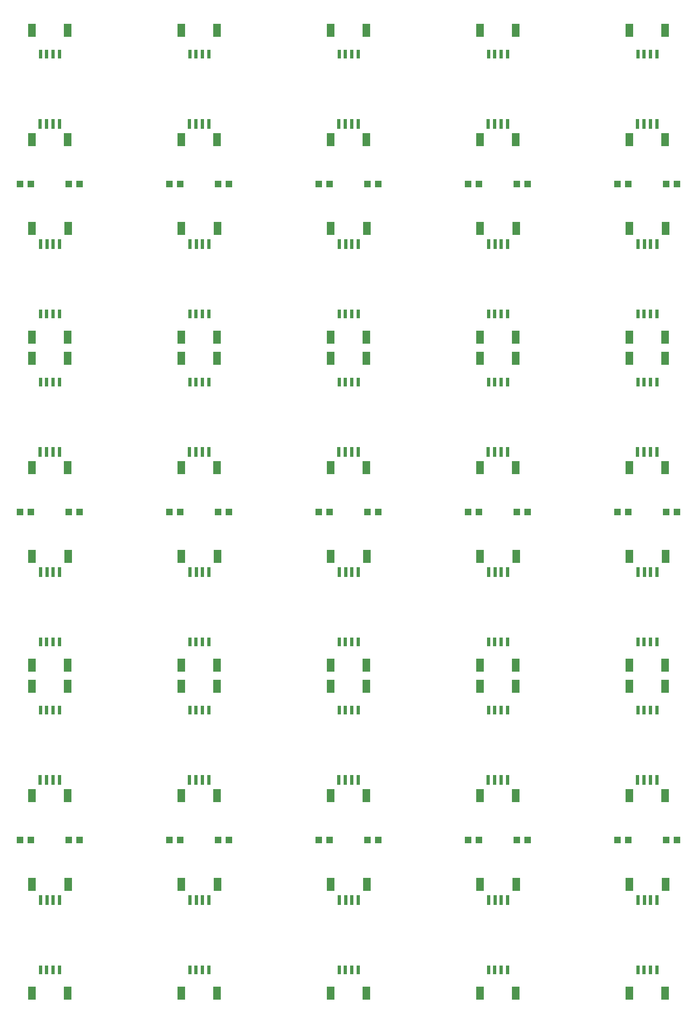
<source format=gtp>
G75*
%MOIN*%
%OFA0B0*%
%FSLAX25Y25*%
%IPPOS*%
%LPD*%
%AMOC8*
5,1,8,0,0,1.08239X$1,22.5*
%
%ADD10R,0.04724X0.07874*%
%ADD11R,0.02362X0.05315*%
%ADD12R,0.02362X0.06102*%
%ADD13R,0.04331X0.03937*%
D10*
X0082318Y0034281D03*
X0104365Y0034281D03*
X0104452Y0101348D03*
X0082405Y0101348D03*
X0082232Y0156152D03*
X0104279Y0156152D03*
X0104365Y0223219D03*
X0104365Y0236281D03*
X0082318Y0236281D03*
X0082318Y0223219D03*
X0082405Y0303348D03*
X0104452Y0303348D03*
X0104279Y0358152D03*
X0082232Y0358152D03*
X0082318Y0425219D03*
X0082318Y0438281D03*
X0104365Y0438281D03*
X0104365Y0425219D03*
X0174318Y0425219D03*
X0174318Y0438281D03*
X0196365Y0438281D03*
X0196365Y0425219D03*
X0196279Y0358152D03*
X0174232Y0358152D03*
X0174405Y0303348D03*
X0196452Y0303348D03*
X0196365Y0236281D03*
X0196365Y0223219D03*
X0174318Y0223219D03*
X0174318Y0236281D03*
X0174232Y0156152D03*
X0196279Y0156152D03*
X0196452Y0101348D03*
X0174405Y0101348D03*
X0174318Y0034281D03*
X0196365Y0034281D03*
X0266318Y0034281D03*
X0288365Y0034281D03*
X0288452Y0101348D03*
X0266405Y0101348D03*
X0266232Y0156152D03*
X0288279Y0156152D03*
X0288365Y0223219D03*
X0288365Y0236281D03*
X0266318Y0236281D03*
X0266318Y0223219D03*
X0266405Y0303348D03*
X0288452Y0303348D03*
X0288279Y0358152D03*
X0266232Y0358152D03*
X0266318Y0425219D03*
X0266318Y0438281D03*
X0288365Y0438281D03*
X0288365Y0425219D03*
X0358318Y0425219D03*
X0358318Y0438281D03*
X0380365Y0438281D03*
X0380365Y0425219D03*
X0380279Y0358152D03*
X0358232Y0358152D03*
X0358405Y0303348D03*
X0380452Y0303348D03*
X0380365Y0236281D03*
X0380365Y0223219D03*
X0358318Y0223219D03*
X0358318Y0236281D03*
X0358232Y0156152D03*
X0380279Y0156152D03*
X0380452Y0101348D03*
X0358405Y0101348D03*
X0358318Y0034281D03*
X0380365Y0034281D03*
X0450318Y0034281D03*
X0472365Y0034281D03*
X0472452Y0101348D03*
X0450405Y0101348D03*
X0450232Y0156152D03*
X0472279Y0156152D03*
X0472365Y0223219D03*
X0472365Y0236281D03*
X0450318Y0236281D03*
X0450318Y0223219D03*
X0450405Y0303348D03*
X0472452Y0303348D03*
X0472279Y0358152D03*
X0450232Y0358152D03*
X0450318Y0425219D03*
X0450318Y0438281D03*
X0472365Y0438281D03*
X0472365Y0425219D03*
X0472452Y0505348D03*
X0450405Y0505348D03*
X0450232Y0560152D03*
X0472279Y0560152D03*
X0472365Y0627219D03*
X0450318Y0627219D03*
X0380365Y0627219D03*
X0358318Y0627219D03*
X0358232Y0560152D03*
X0380279Y0560152D03*
X0380452Y0505348D03*
X0358405Y0505348D03*
X0288452Y0505348D03*
X0266405Y0505348D03*
X0266232Y0560152D03*
X0288279Y0560152D03*
X0288365Y0627219D03*
X0266318Y0627219D03*
X0196365Y0627219D03*
X0174318Y0627219D03*
X0174232Y0560152D03*
X0196279Y0560152D03*
X0196452Y0505348D03*
X0174405Y0505348D03*
X0104452Y0505348D03*
X0082405Y0505348D03*
X0082232Y0560152D03*
X0104279Y0560152D03*
X0104365Y0627219D03*
X0082318Y0627219D03*
D11*
X0087436Y0612750D03*
X0091373Y0612750D03*
X0095310Y0612750D03*
X0099247Y0612750D03*
X0179436Y0612750D03*
X0183373Y0612750D03*
X0187310Y0612750D03*
X0191247Y0612750D03*
X0271436Y0612750D03*
X0275373Y0612750D03*
X0279310Y0612750D03*
X0283247Y0612750D03*
X0363436Y0612750D03*
X0367373Y0612750D03*
X0371310Y0612750D03*
X0375247Y0612750D03*
X0455436Y0612750D03*
X0459373Y0612750D03*
X0463310Y0612750D03*
X0467247Y0612750D03*
X0467247Y0452750D03*
X0463310Y0452750D03*
X0459373Y0452750D03*
X0455436Y0452750D03*
X0455436Y0410750D03*
X0459373Y0410750D03*
X0463310Y0410750D03*
X0467247Y0410750D03*
X0375247Y0410750D03*
X0371310Y0410750D03*
X0367373Y0410750D03*
X0363436Y0410750D03*
X0363436Y0452750D03*
X0367373Y0452750D03*
X0371310Y0452750D03*
X0375247Y0452750D03*
X0283247Y0452750D03*
X0279310Y0452750D03*
X0275373Y0452750D03*
X0271436Y0452750D03*
X0271436Y0410750D03*
X0275373Y0410750D03*
X0279310Y0410750D03*
X0283247Y0410750D03*
X0191247Y0410750D03*
X0187310Y0410750D03*
X0183373Y0410750D03*
X0179436Y0410750D03*
X0179436Y0452750D03*
X0183373Y0452750D03*
X0187310Y0452750D03*
X0191247Y0452750D03*
X0099247Y0452750D03*
X0095310Y0452750D03*
X0091373Y0452750D03*
X0087436Y0452750D03*
X0087436Y0410750D03*
X0091373Y0410750D03*
X0095310Y0410750D03*
X0099247Y0410750D03*
X0099247Y0250750D03*
X0095310Y0250750D03*
X0091373Y0250750D03*
X0087436Y0250750D03*
X0087436Y0208750D03*
X0091373Y0208750D03*
X0095310Y0208750D03*
X0099247Y0208750D03*
X0179436Y0208750D03*
X0183373Y0208750D03*
X0187310Y0208750D03*
X0191247Y0208750D03*
X0191247Y0250750D03*
X0187310Y0250750D03*
X0183373Y0250750D03*
X0179436Y0250750D03*
X0271436Y0250750D03*
X0275373Y0250750D03*
X0279310Y0250750D03*
X0283247Y0250750D03*
X0283247Y0208750D03*
X0279310Y0208750D03*
X0275373Y0208750D03*
X0271436Y0208750D03*
X0363436Y0208750D03*
X0367373Y0208750D03*
X0371310Y0208750D03*
X0375247Y0208750D03*
X0375247Y0250750D03*
X0371310Y0250750D03*
X0367373Y0250750D03*
X0363436Y0250750D03*
X0455436Y0250750D03*
X0459373Y0250750D03*
X0463310Y0250750D03*
X0467247Y0250750D03*
X0467247Y0208750D03*
X0463310Y0208750D03*
X0459373Y0208750D03*
X0455436Y0208750D03*
X0455436Y0048750D03*
X0459373Y0048750D03*
X0463310Y0048750D03*
X0467247Y0048750D03*
X0375247Y0048750D03*
X0371310Y0048750D03*
X0367373Y0048750D03*
X0363436Y0048750D03*
X0283247Y0048750D03*
X0279310Y0048750D03*
X0275373Y0048750D03*
X0271436Y0048750D03*
X0191247Y0048750D03*
X0187310Y0048750D03*
X0183373Y0048750D03*
X0179436Y0048750D03*
X0099247Y0048750D03*
X0095310Y0048750D03*
X0091373Y0048750D03*
X0087436Y0048750D03*
D12*
X0087523Y0091801D03*
X0091460Y0091801D03*
X0095397Y0091801D03*
X0099334Y0091801D03*
X0099161Y0165699D03*
X0095224Y0165699D03*
X0091287Y0165699D03*
X0087350Y0165699D03*
X0179350Y0165699D03*
X0183287Y0165699D03*
X0187224Y0165699D03*
X0191161Y0165699D03*
X0191334Y0091801D03*
X0187397Y0091801D03*
X0183460Y0091801D03*
X0179523Y0091801D03*
X0271523Y0091801D03*
X0275460Y0091801D03*
X0279397Y0091801D03*
X0283334Y0091801D03*
X0283161Y0165699D03*
X0279224Y0165699D03*
X0275287Y0165699D03*
X0271350Y0165699D03*
X0363350Y0165699D03*
X0367287Y0165699D03*
X0371224Y0165699D03*
X0375161Y0165699D03*
X0375334Y0091801D03*
X0371397Y0091801D03*
X0367460Y0091801D03*
X0363523Y0091801D03*
X0455523Y0091801D03*
X0459460Y0091801D03*
X0463397Y0091801D03*
X0467334Y0091801D03*
X0467161Y0165699D03*
X0463224Y0165699D03*
X0459287Y0165699D03*
X0455350Y0165699D03*
X0455523Y0293801D03*
X0459460Y0293801D03*
X0463397Y0293801D03*
X0467334Y0293801D03*
X0467161Y0367699D03*
X0463224Y0367699D03*
X0459287Y0367699D03*
X0455350Y0367699D03*
X0375161Y0367699D03*
X0371224Y0367699D03*
X0367287Y0367699D03*
X0363350Y0367699D03*
X0363523Y0293801D03*
X0367460Y0293801D03*
X0371397Y0293801D03*
X0375334Y0293801D03*
X0283334Y0293801D03*
X0279397Y0293801D03*
X0275460Y0293801D03*
X0271523Y0293801D03*
X0271350Y0367699D03*
X0275287Y0367699D03*
X0279224Y0367699D03*
X0283161Y0367699D03*
X0191161Y0367699D03*
X0187224Y0367699D03*
X0183287Y0367699D03*
X0179350Y0367699D03*
X0179523Y0293801D03*
X0183460Y0293801D03*
X0187397Y0293801D03*
X0191334Y0293801D03*
X0099334Y0293801D03*
X0095397Y0293801D03*
X0091460Y0293801D03*
X0087523Y0293801D03*
X0087350Y0367699D03*
X0091287Y0367699D03*
X0095224Y0367699D03*
X0099161Y0367699D03*
X0099334Y0495801D03*
X0095397Y0495801D03*
X0091460Y0495801D03*
X0087523Y0495801D03*
X0087350Y0569699D03*
X0091287Y0569699D03*
X0095224Y0569699D03*
X0099161Y0569699D03*
X0179350Y0569699D03*
X0183287Y0569699D03*
X0187224Y0569699D03*
X0191161Y0569699D03*
X0191334Y0495801D03*
X0187397Y0495801D03*
X0183460Y0495801D03*
X0179523Y0495801D03*
X0271523Y0495801D03*
X0275460Y0495801D03*
X0279397Y0495801D03*
X0283334Y0495801D03*
X0283161Y0569699D03*
X0279224Y0569699D03*
X0275287Y0569699D03*
X0271350Y0569699D03*
X0363350Y0569699D03*
X0367287Y0569699D03*
X0371224Y0569699D03*
X0375161Y0569699D03*
X0375334Y0495801D03*
X0371397Y0495801D03*
X0367460Y0495801D03*
X0363523Y0495801D03*
X0455523Y0495801D03*
X0459460Y0495801D03*
X0463397Y0495801D03*
X0467334Y0495801D03*
X0467161Y0569699D03*
X0463224Y0569699D03*
X0459287Y0569699D03*
X0455350Y0569699D03*
D13*
X0449688Y0532750D03*
X0442995Y0532750D03*
X0472995Y0532750D03*
X0479688Y0532750D03*
X0387688Y0532750D03*
X0380995Y0532750D03*
X0357688Y0532750D03*
X0350995Y0532750D03*
X0295688Y0532750D03*
X0288995Y0532750D03*
X0265688Y0532750D03*
X0258995Y0532750D03*
X0203688Y0532750D03*
X0196995Y0532750D03*
X0173688Y0532750D03*
X0166995Y0532750D03*
X0111688Y0532750D03*
X0104995Y0532750D03*
X0081688Y0532750D03*
X0074995Y0532750D03*
X0074995Y0330750D03*
X0081688Y0330750D03*
X0104995Y0330750D03*
X0111688Y0330750D03*
X0166995Y0330750D03*
X0173688Y0330750D03*
X0196995Y0330750D03*
X0203688Y0330750D03*
X0258995Y0330750D03*
X0265688Y0330750D03*
X0288995Y0330750D03*
X0295688Y0330750D03*
X0350995Y0330750D03*
X0357688Y0330750D03*
X0380995Y0330750D03*
X0387688Y0330750D03*
X0442995Y0330750D03*
X0449688Y0330750D03*
X0472995Y0330750D03*
X0479688Y0330750D03*
X0479688Y0128750D03*
X0472995Y0128750D03*
X0449688Y0128750D03*
X0442995Y0128750D03*
X0387688Y0128750D03*
X0380995Y0128750D03*
X0357688Y0128750D03*
X0350995Y0128750D03*
X0295688Y0128750D03*
X0288995Y0128750D03*
X0265688Y0128750D03*
X0258995Y0128750D03*
X0203688Y0128750D03*
X0196995Y0128750D03*
X0173688Y0128750D03*
X0166995Y0128750D03*
X0111688Y0128750D03*
X0104995Y0128750D03*
X0081688Y0128750D03*
X0074995Y0128750D03*
M02*

</source>
